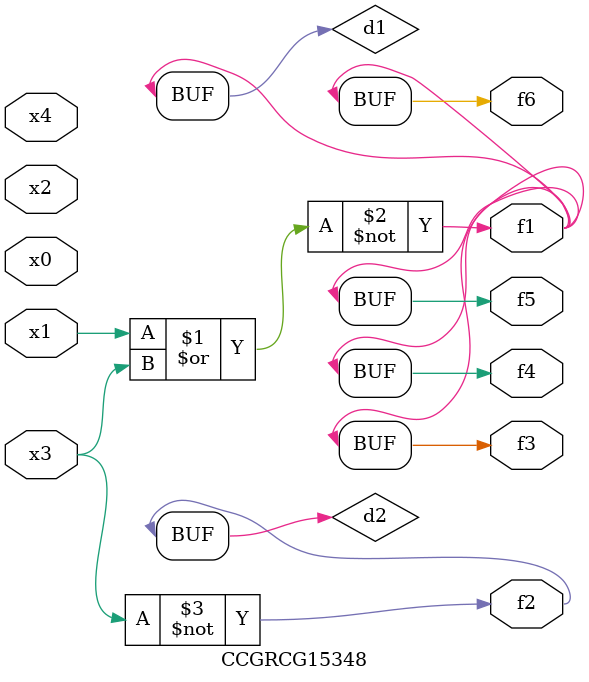
<source format=v>
module CCGRCG15348(
	input x0, x1, x2, x3, x4,
	output f1, f2, f3, f4, f5, f6
);

	wire d1, d2;

	nor (d1, x1, x3);
	not (d2, x3);
	assign f1 = d1;
	assign f2 = d2;
	assign f3 = d1;
	assign f4 = d1;
	assign f5 = d1;
	assign f6 = d1;
endmodule

</source>
